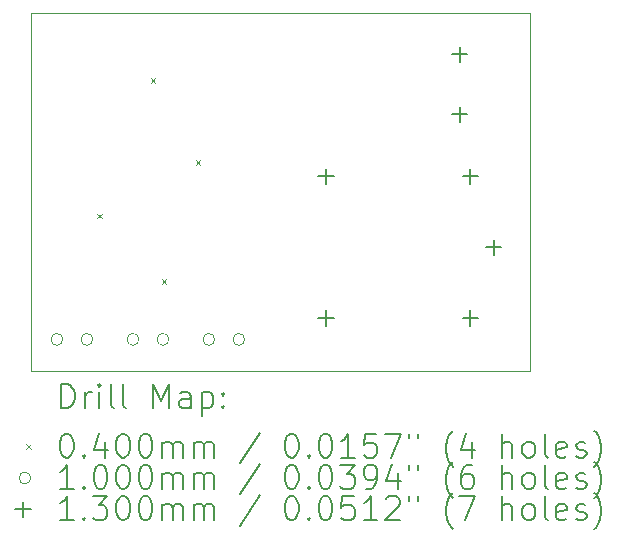
<source format=gbr>
%FSLAX45Y45*%
G04 Gerber Fmt 4.5, Leading zero omitted, Abs format (unit mm)*
G04 Created by KiCad (PCBNEW 6.0.6) date 2022-07-14 17:34:40*
%MOMM*%
%LPD*%
G01*
G04 APERTURE LIST*
%TA.AperFunction,Profile*%
%ADD10C,0.100000*%
%TD*%
%ADD11C,0.200000*%
%ADD12C,0.040000*%
%ADD13C,0.100000*%
%ADD14C,0.130000*%
G04 APERTURE END LIST*
D10*
X16040000Y-9040000D02*
X20260000Y-9040000D01*
X20260000Y-9040000D02*
X20260000Y-12065000D01*
X20260000Y-12065000D02*
X16040000Y-12065000D01*
X16040000Y-12065000D02*
X16040000Y-9040000D01*
D11*
D12*
X16597500Y-10735000D02*
X16637500Y-10775000D01*
X16637500Y-10735000D02*
X16597500Y-10775000D01*
X17050000Y-9590000D02*
X17090000Y-9630000D01*
X17090000Y-9590000D02*
X17050000Y-9630000D01*
X17142500Y-11292500D02*
X17182500Y-11332500D01*
X17182500Y-11292500D02*
X17142500Y-11332500D01*
X17430000Y-10285000D02*
X17470000Y-10325000D01*
X17470000Y-10285000D02*
X17430000Y-10325000D01*
D13*
X16306000Y-11800000D02*
G75*
G03*
X16306000Y-11800000I-50000J0D01*
G01*
X16560000Y-11800000D02*
G75*
G03*
X16560000Y-11800000I-50000J0D01*
G01*
X16950000Y-11800000D02*
G75*
G03*
X16950000Y-11800000I-50000J0D01*
G01*
X17204000Y-11800000D02*
G75*
G03*
X17204000Y-11800000I-50000J0D01*
G01*
X17592500Y-11800000D02*
G75*
G03*
X17592500Y-11800000I-50000J0D01*
G01*
X17846500Y-11800000D02*
G75*
G03*
X17846500Y-11800000I-50000J0D01*
G01*
D14*
X18535000Y-10355000D02*
X18535000Y-10485000D01*
X18470000Y-10420000D02*
X18600000Y-10420000D01*
X18535000Y-11555000D02*
X18535000Y-11685000D01*
X18470000Y-11620000D02*
X18600000Y-11620000D01*
X19664500Y-9323000D02*
X19664500Y-9453000D01*
X19599500Y-9388000D02*
X19729500Y-9388000D01*
X19664500Y-9831000D02*
X19664500Y-9961000D01*
X19599500Y-9896000D02*
X19729500Y-9896000D01*
X19755000Y-10355000D02*
X19755000Y-10485000D01*
X19690000Y-10420000D02*
X19820000Y-10420000D01*
X19755000Y-11555000D02*
X19755000Y-11685000D01*
X19690000Y-11620000D02*
X19820000Y-11620000D01*
X19955000Y-10955000D02*
X19955000Y-11085000D01*
X19890000Y-11020000D02*
X20020000Y-11020000D01*
D11*
X16292619Y-12380476D02*
X16292619Y-12180476D01*
X16340238Y-12180476D01*
X16368809Y-12190000D01*
X16387857Y-12209048D01*
X16397381Y-12228095D01*
X16406905Y-12266190D01*
X16406905Y-12294762D01*
X16397381Y-12332857D01*
X16387857Y-12351905D01*
X16368809Y-12370952D01*
X16340238Y-12380476D01*
X16292619Y-12380476D01*
X16492619Y-12380476D02*
X16492619Y-12247143D01*
X16492619Y-12285238D02*
X16502143Y-12266190D01*
X16511667Y-12256667D01*
X16530714Y-12247143D01*
X16549762Y-12247143D01*
X16616428Y-12380476D02*
X16616428Y-12247143D01*
X16616428Y-12180476D02*
X16606905Y-12190000D01*
X16616428Y-12199524D01*
X16625952Y-12190000D01*
X16616428Y-12180476D01*
X16616428Y-12199524D01*
X16740238Y-12380476D02*
X16721190Y-12370952D01*
X16711667Y-12351905D01*
X16711667Y-12180476D01*
X16845000Y-12380476D02*
X16825952Y-12370952D01*
X16816429Y-12351905D01*
X16816429Y-12180476D01*
X17073571Y-12380476D02*
X17073571Y-12180476D01*
X17140238Y-12323333D01*
X17206905Y-12180476D01*
X17206905Y-12380476D01*
X17387857Y-12380476D02*
X17387857Y-12275714D01*
X17378333Y-12256667D01*
X17359286Y-12247143D01*
X17321190Y-12247143D01*
X17302143Y-12256667D01*
X17387857Y-12370952D02*
X17368810Y-12380476D01*
X17321190Y-12380476D01*
X17302143Y-12370952D01*
X17292619Y-12351905D01*
X17292619Y-12332857D01*
X17302143Y-12313809D01*
X17321190Y-12304286D01*
X17368810Y-12304286D01*
X17387857Y-12294762D01*
X17483095Y-12247143D02*
X17483095Y-12447143D01*
X17483095Y-12256667D02*
X17502143Y-12247143D01*
X17540238Y-12247143D01*
X17559286Y-12256667D01*
X17568810Y-12266190D01*
X17578333Y-12285238D01*
X17578333Y-12342381D01*
X17568810Y-12361428D01*
X17559286Y-12370952D01*
X17540238Y-12380476D01*
X17502143Y-12380476D01*
X17483095Y-12370952D01*
X17664048Y-12361428D02*
X17673571Y-12370952D01*
X17664048Y-12380476D01*
X17654524Y-12370952D01*
X17664048Y-12361428D01*
X17664048Y-12380476D01*
X17664048Y-12256667D02*
X17673571Y-12266190D01*
X17664048Y-12275714D01*
X17654524Y-12266190D01*
X17664048Y-12256667D01*
X17664048Y-12275714D01*
D12*
X15995000Y-12690000D02*
X16035000Y-12730000D01*
X16035000Y-12690000D02*
X15995000Y-12730000D01*
D11*
X16330714Y-12600476D02*
X16349762Y-12600476D01*
X16368809Y-12610000D01*
X16378333Y-12619524D01*
X16387857Y-12638571D01*
X16397381Y-12676667D01*
X16397381Y-12724286D01*
X16387857Y-12762381D01*
X16378333Y-12781428D01*
X16368809Y-12790952D01*
X16349762Y-12800476D01*
X16330714Y-12800476D01*
X16311667Y-12790952D01*
X16302143Y-12781428D01*
X16292619Y-12762381D01*
X16283095Y-12724286D01*
X16283095Y-12676667D01*
X16292619Y-12638571D01*
X16302143Y-12619524D01*
X16311667Y-12610000D01*
X16330714Y-12600476D01*
X16483095Y-12781428D02*
X16492619Y-12790952D01*
X16483095Y-12800476D01*
X16473571Y-12790952D01*
X16483095Y-12781428D01*
X16483095Y-12800476D01*
X16664048Y-12667143D02*
X16664048Y-12800476D01*
X16616428Y-12590952D02*
X16568809Y-12733809D01*
X16692619Y-12733809D01*
X16806905Y-12600476D02*
X16825952Y-12600476D01*
X16845000Y-12610000D01*
X16854524Y-12619524D01*
X16864048Y-12638571D01*
X16873571Y-12676667D01*
X16873571Y-12724286D01*
X16864048Y-12762381D01*
X16854524Y-12781428D01*
X16845000Y-12790952D01*
X16825952Y-12800476D01*
X16806905Y-12800476D01*
X16787857Y-12790952D01*
X16778333Y-12781428D01*
X16768809Y-12762381D01*
X16759286Y-12724286D01*
X16759286Y-12676667D01*
X16768809Y-12638571D01*
X16778333Y-12619524D01*
X16787857Y-12610000D01*
X16806905Y-12600476D01*
X16997381Y-12600476D02*
X17016429Y-12600476D01*
X17035476Y-12610000D01*
X17045000Y-12619524D01*
X17054524Y-12638571D01*
X17064048Y-12676667D01*
X17064048Y-12724286D01*
X17054524Y-12762381D01*
X17045000Y-12781428D01*
X17035476Y-12790952D01*
X17016429Y-12800476D01*
X16997381Y-12800476D01*
X16978333Y-12790952D01*
X16968810Y-12781428D01*
X16959286Y-12762381D01*
X16949762Y-12724286D01*
X16949762Y-12676667D01*
X16959286Y-12638571D01*
X16968810Y-12619524D01*
X16978333Y-12610000D01*
X16997381Y-12600476D01*
X17149762Y-12800476D02*
X17149762Y-12667143D01*
X17149762Y-12686190D02*
X17159286Y-12676667D01*
X17178333Y-12667143D01*
X17206905Y-12667143D01*
X17225952Y-12676667D01*
X17235476Y-12695714D01*
X17235476Y-12800476D01*
X17235476Y-12695714D02*
X17245000Y-12676667D01*
X17264048Y-12667143D01*
X17292619Y-12667143D01*
X17311667Y-12676667D01*
X17321190Y-12695714D01*
X17321190Y-12800476D01*
X17416429Y-12800476D02*
X17416429Y-12667143D01*
X17416429Y-12686190D02*
X17425952Y-12676667D01*
X17445000Y-12667143D01*
X17473571Y-12667143D01*
X17492619Y-12676667D01*
X17502143Y-12695714D01*
X17502143Y-12800476D01*
X17502143Y-12695714D02*
X17511667Y-12676667D01*
X17530714Y-12667143D01*
X17559286Y-12667143D01*
X17578333Y-12676667D01*
X17587857Y-12695714D01*
X17587857Y-12800476D01*
X17978333Y-12590952D02*
X17806905Y-12848095D01*
X18235476Y-12600476D02*
X18254524Y-12600476D01*
X18273571Y-12610000D01*
X18283095Y-12619524D01*
X18292619Y-12638571D01*
X18302143Y-12676667D01*
X18302143Y-12724286D01*
X18292619Y-12762381D01*
X18283095Y-12781428D01*
X18273571Y-12790952D01*
X18254524Y-12800476D01*
X18235476Y-12800476D01*
X18216429Y-12790952D01*
X18206905Y-12781428D01*
X18197381Y-12762381D01*
X18187857Y-12724286D01*
X18187857Y-12676667D01*
X18197381Y-12638571D01*
X18206905Y-12619524D01*
X18216429Y-12610000D01*
X18235476Y-12600476D01*
X18387857Y-12781428D02*
X18397381Y-12790952D01*
X18387857Y-12800476D01*
X18378333Y-12790952D01*
X18387857Y-12781428D01*
X18387857Y-12800476D01*
X18521190Y-12600476D02*
X18540238Y-12600476D01*
X18559286Y-12610000D01*
X18568810Y-12619524D01*
X18578333Y-12638571D01*
X18587857Y-12676667D01*
X18587857Y-12724286D01*
X18578333Y-12762381D01*
X18568810Y-12781428D01*
X18559286Y-12790952D01*
X18540238Y-12800476D01*
X18521190Y-12800476D01*
X18502143Y-12790952D01*
X18492619Y-12781428D01*
X18483095Y-12762381D01*
X18473571Y-12724286D01*
X18473571Y-12676667D01*
X18483095Y-12638571D01*
X18492619Y-12619524D01*
X18502143Y-12610000D01*
X18521190Y-12600476D01*
X18778333Y-12800476D02*
X18664048Y-12800476D01*
X18721190Y-12800476D02*
X18721190Y-12600476D01*
X18702143Y-12629048D01*
X18683095Y-12648095D01*
X18664048Y-12657619D01*
X18959286Y-12600476D02*
X18864048Y-12600476D01*
X18854524Y-12695714D01*
X18864048Y-12686190D01*
X18883095Y-12676667D01*
X18930714Y-12676667D01*
X18949762Y-12686190D01*
X18959286Y-12695714D01*
X18968810Y-12714762D01*
X18968810Y-12762381D01*
X18959286Y-12781428D01*
X18949762Y-12790952D01*
X18930714Y-12800476D01*
X18883095Y-12800476D01*
X18864048Y-12790952D01*
X18854524Y-12781428D01*
X19035476Y-12600476D02*
X19168810Y-12600476D01*
X19083095Y-12800476D01*
X19235476Y-12600476D02*
X19235476Y-12638571D01*
X19311667Y-12600476D02*
X19311667Y-12638571D01*
X19606905Y-12876667D02*
X19597381Y-12867143D01*
X19578333Y-12838571D01*
X19568810Y-12819524D01*
X19559286Y-12790952D01*
X19549762Y-12743333D01*
X19549762Y-12705238D01*
X19559286Y-12657619D01*
X19568810Y-12629048D01*
X19578333Y-12610000D01*
X19597381Y-12581428D01*
X19606905Y-12571905D01*
X19768810Y-12667143D02*
X19768810Y-12800476D01*
X19721190Y-12590952D02*
X19673571Y-12733809D01*
X19797381Y-12733809D01*
X20025952Y-12800476D02*
X20025952Y-12600476D01*
X20111667Y-12800476D02*
X20111667Y-12695714D01*
X20102143Y-12676667D01*
X20083095Y-12667143D01*
X20054524Y-12667143D01*
X20035476Y-12676667D01*
X20025952Y-12686190D01*
X20235476Y-12800476D02*
X20216429Y-12790952D01*
X20206905Y-12781428D01*
X20197381Y-12762381D01*
X20197381Y-12705238D01*
X20206905Y-12686190D01*
X20216429Y-12676667D01*
X20235476Y-12667143D01*
X20264048Y-12667143D01*
X20283095Y-12676667D01*
X20292619Y-12686190D01*
X20302143Y-12705238D01*
X20302143Y-12762381D01*
X20292619Y-12781428D01*
X20283095Y-12790952D01*
X20264048Y-12800476D01*
X20235476Y-12800476D01*
X20416429Y-12800476D02*
X20397381Y-12790952D01*
X20387857Y-12771905D01*
X20387857Y-12600476D01*
X20568810Y-12790952D02*
X20549762Y-12800476D01*
X20511667Y-12800476D01*
X20492619Y-12790952D01*
X20483095Y-12771905D01*
X20483095Y-12695714D01*
X20492619Y-12676667D01*
X20511667Y-12667143D01*
X20549762Y-12667143D01*
X20568810Y-12676667D01*
X20578333Y-12695714D01*
X20578333Y-12714762D01*
X20483095Y-12733809D01*
X20654524Y-12790952D02*
X20673571Y-12800476D01*
X20711667Y-12800476D01*
X20730714Y-12790952D01*
X20740238Y-12771905D01*
X20740238Y-12762381D01*
X20730714Y-12743333D01*
X20711667Y-12733809D01*
X20683095Y-12733809D01*
X20664048Y-12724286D01*
X20654524Y-12705238D01*
X20654524Y-12695714D01*
X20664048Y-12676667D01*
X20683095Y-12667143D01*
X20711667Y-12667143D01*
X20730714Y-12676667D01*
X20806905Y-12876667D02*
X20816429Y-12867143D01*
X20835476Y-12838571D01*
X20845000Y-12819524D01*
X20854524Y-12790952D01*
X20864048Y-12743333D01*
X20864048Y-12705238D01*
X20854524Y-12657619D01*
X20845000Y-12629048D01*
X20835476Y-12610000D01*
X20816429Y-12581428D01*
X20806905Y-12571905D01*
D13*
X16035000Y-12974000D02*
G75*
G03*
X16035000Y-12974000I-50000J0D01*
G01*
D11*
X16397381Y-13064476D02*
X16283095Y-13064476D01*
X16340238Y-13064476D02*
X16340238Y-12864476D01*
X16321190Y-12893048D01*
X16302143Y-12912095D01*
X16283095Y-12921619D01*
X16483095Y-13045428D02*
X16492619Y-13054952D01*
X16483095Y-13064476D01*
X16473571Y-13054952D01*
X16483095Y-13045428D01*
X16483095Y-13064476D01*
X16616428Y-12864476D02*
X16635476Y-12864476D01*
X16654524Y-12874000D01*
X16664048Y-12883524D01*
X16673571Y-12902571D01*
X16683095Y-12940667D01*
X16683095Y-12988286D01*
X16673571Y-13026381D01*
X16664048Y-13045428D01*
X16654524Y-13054952D01*
X16635476Y-13064476D01*
X16616428Y-13064476D01*
X16597381Y-13054952D01*
X16587857Y-13045428D01*
X16578333Y-13026381D01*
X16568809Y-12988286D01*
X16568809Y-12940667D01*
X16578333Y-12902571D01*
X16587857Y-12883524D01*
X16597381Y-12874000D01*
X16616428Y-12864476D01*
X16806905Y-12864476D02*
X16825952Y-12864476D01*
X16845000Y-12874000D01*
X16854524Y-12883524D01*
X16864048Y-12902571D01*
X16873571Y-12940667D01*
X16873571Y-12988286D01*
X16864048Y-13026381D01*
X16854524Y-13045428D01*
X16845000Y-13054952D01*
X16825952Y-13064476D01*
X16806905Y-13064476D01*
X16787857Y-13054952D01*
X16778333Y-13045428D01*
X16768809Y-13026381D01*
X16759286Y-12988286D01*
X16759286Y-12940667D01*
X16768809Y-12902571D01*
X16778333Y-12883524D01*
X16787857Y-12874000D01*
X16806905Y-12864476D01*
X16997381Y-12864476D02*
X17016429Y-12864476D01*
X17035476Y-12874000D01*
X17045000Y-12883524D01*
X17054524Y-12902571D01*
X17064048Y-12940667D01*
X17064048Y-12988286D01*
X17054524Y-13026381D01*
X17045000Y-13045428D01*
X17035476Y-13054952D01*
X17016429Y-13064476D01*
X16997381Y-13064476D01*
X16978333Y-13054952D01*
X16968810Y-13045428D01*
X16959286Y-13026381D01*
X16949762Y-12988286D01*
X16949762Y-12940667D01*
X16959286Y-12902571D01*
X16968810Y-12883524D01*
X16978333Y-12874000D01*
X16997381Y-12864476D01*
X17149762Y-13064476D02*
X17149762Y-12931143D01*
X17149762Y-12950190D02*
X17159286Y-12940667D01*
X17178333Y-12931143D01*
X17206905Y-12931143D01*
X17225952Y-12940667D01*
X17235476Y-12959714D01*
X17235476Y-13064476D01*
X17235476Y-12959714D02*
X17245000Y-12940667D01*
X17264048Y-12931143D01*
X17292619Y-12931143D01*
X17311667Y-12940667D01*
X17321190Y-12959714D01*
X17321190Y-13064476D01*
X17416429Y-13064476D02*
X17416429Y-12931143D01*
X17416429Y-12950190D02*
X17425952Y-12940667D01*
X17445000Y-12931143D01*
X17473571Y-12931143D01*
X17492619Y-12940667D01*
X17502143Y-12959714D01*
X17502143Y-13064476D01*
X17502143Y-12959714D02*
X17511667Y-12940667D01*
X17530714Y-12931143D01*
X17559286Y-12931143D01*
X17578333Y-12940667D01*
X17587857Y-12959714D01*
X17587857Y-13064476D01*
X17978333Y-12854952D02*
X17806905Y-13112095D01*
X18235476Y-12864476D02*
X18254524Y-12864476D01*
X18273571Y-12874000D01*
X18283095Y-12883524D01*
X18292619Y-12902571D01*
X18302143Y-12940667D01*
X18302143Y-12988286D01*
X18292619Y-13026381D01*
X18283095Y-13045428D01*
X18273571Y-13054952D01*
X18254524Y-13064476D01*
X18235476Y-13064476D01*
X18216429Y-13054952D01*
X18206905Y-13045428D01*
X18197381Y-13026381D01*
X18187857Y-12988286D01*
X18187857Y-12940667D01*
X18197381Y-12902571D01*
X18206905Y-12883524D01*
X18216429Y-12874000D01*
X18235476Y-12864476D01*
X18387857Y-13045428D02*
X18397381Y-13054952D01*
X18387857Y-13064476D01*
X18378333Y-13054952D01*
X18387857Y-13045428D01*
X18387857Y-13064476D01*
X18521190Y-12864476D02*
X18540238Y-12864476D01*
X18559286Y-12874000D01*
X18568810Y-12883524D01*
X18578333Y-12902571D01*
X18587857Y-12940667D01*
X18587857Y-12988286D01*
X18578333Y-13026381D01*
X18568810Y-13045428D01*
X18559286Y-13054952D01*
X18540238Y-13064476D01*
X18521190Y-13064476D01*
X18502143Y-13054952D01*
X18492619Y-13045428D01*
X18483095Y-13026381D01*
X18473571Y-12988286D01*
X18473571Y-12940667D01*
X18483095Y-12902571D01*
X18492619Y-12883524D01*
X18502143Y-12874000D01*
X18521190Y-12864476D01*
X18654524Y-12864476D02*
X18778333Y-12864476D01*
X18711667Y-12940667D01*
X18740238Y-12940667D01*
X18759286Y-12950190D01*
X18768810Y-12959714D01*
X18778333Y-12978762D01*
X18778333Y-13026381D01*
X18768810Y-13045428D01*
X18759286Y-13054952D01*
X18740238Y-13064476D01*
X18683095Y-13064476D01*
X18664048Y-13054952D01*
X18654524Y-13045428D01*
X18873571Y-13064476D02*
X18911667Y-13064476D01*
X18930714Y-13054952D01*
X18940238Y-13045428D01*
X18959286Y-13016857D01*
X18968810Y-12978762D01*
X18968810Y-12902571D01*
X18959286Y-12883524D01*
X18949762Y-12874000D01*
X18930714Y-12864476D01*
X18892619Y-12864476D01*
X18873571Y-12874000D01*
X18864048Y-12883524D01*
X18854524Y-12902571D01*
X18854524Y-12950190D01*
X18864048Y-12969238D01*
X18873571Y-12978762D01*
X18892619Y-12988286D01*
X18930714Y-12988286D01*
X18949762Y-12978762D01*
X18959286Y-12969238D01*
X18968810Y-12950190D01*
X19140238Y-12931143D02*
X19140238Y-13064476D01*
X19092619Y-12854952D02*
X19045000Y-12997809D01*
X19168810Y-12997809D01*
X19235476Y-12864476D02*
X19235476Y-12902571D01*
X19311667Y-12864476D02*
X19311667Y-12902571D01*
X19606905Y-13140667D02*
X19597381Y-13131143D01*
X19578333Y-13102571D01*
X19568810Y-13083524D01*
X19559286Y-13054952D01*
X19549762Y-13007333D01*
X19549762Y-12969238D01*
X19559286Y-12921619D01*
X19568810Y-12893048D01*
X19578333Y-12874000D01*
X19597381Y-12845428D01*
X19606905Y-12835905D01*
X19768810Y-12864476D02*
X19730714Y-12864476D01*
X19711667Y-12874000D01*
X19702143Y-12883524D01*
X19683095Y-12912095D01*
X19673571Y-12950190D01*
X19673571Y-13026381D01*
X19683095Y-13045428D01*
X19692619Y-13054952D01*
X19711667Y-13064476D01*
X19749762Y-13064476D01*
X19768810Y-13054952D01*
X19778333Y-13045428D01*
X19787857Y-13026381D01*
X19787857Y-12978762D01*
X19778333Y-12959714D01*
X19768810Y-12950190D01*
X19749762Y-12940667D01*
X19711667Y-12940667D01*
X19692619Y-12950190D01*
X19683095Y-12959714D01*
X19673571Y-12978762D01*
X20025952Y-13064476D02*
X20025952Y-12864476D01*
X20111667Y-13064476D02*
X20111667Y-12959714D01*
X20102143Y-12940667D01*
X20083095Y-12931143D01*
X20054524Y-12931143D01*
X20035476Y-12940667D01*
X20025952Y-12950190D01*
X20235476Y-13064476D02*
X20216429Y-13054952D01*
X20206905Y-13045428D01*
X20197381Y-13026381D01*
X20197381Y-12969238D01*
X20206905Y-12950190D01*
X20216429Y-12940667D01*
X20235476Y-12931143D01*
X20264048Y-12931143D01*
X20283095Y-12940667D01*
X20292619Y-12950190D01*
X20302143Y-12969238D01*
X20302143Y-13026381D01*
X20292619Y-13045428D01*
X20283095Y-13054952D01*
X20264048Y-13064476D01*
X20235476Y-13064476D01*
X20416429Y-13064476D02*
X20397381Y-13054952D01*
X20387857Y-13035905D01*
X20387857Y-12864476D01*
X20568810Y-13054952D02*
X20549762Y-13064476D01*
X20511667Y-13064476D01*
X20492619Y-13054952D01*
X20483095Y-13035905D01*
X20483095Y-12959714D01*
X20492619Y-12940667D01*
X20511667Y-12931143D01*
X20549762Y-12931143D01*
X20568810Y-12940667D01*
X20578333Y-12959714D01*
X20578333Y-12978762D01*
X20483095Y-12997809D01*
X20654524Y-13054952D02*
X20673571Y-13064476D01*
X20711667Y-13064476D01*
X20730714Y-13054952D01*
X20740238Y-13035905D01*
X20740238Y-13026381D01*
X20730714Y-13007333D01*
X20711667Y-12997809D01*
X20683095Y-12997809D01*
X20664048Y-12988286D01*
X20654524Y-12969238D01*
X20654524Y-12959714D01*
X20664048Y-12940667D01*
X20683095Y-12931143D01*
X20711667Y-12931143D01*
X20730714Y-12940667D01*
X20806905Y-13140667D02*
X20816429Y-13131143D01*
X20835476Y-13102571D01*
X20845000Y-13083524D01*
X20854524Y-13054952D01*
X20864048Y-13007333D01*
X20864048Y-12969238D01*
X20854524Y-12921619D01*
X20845000Y-12893048D01*
X20835476Y-12874000D01*
X20816429Y-12845428D01*
X20806905Y-12835905D01*
D14*
X15970000Y-13173000D02*
X15970000Y-13303000D01*
X15905000Y-13238000D02*
X16035000Y-13238000D01*
D11*
X16397381Y-13328476D02*
X16283095Y-13328476D01*
X16340238Y-13328476D02*
X16340238Y-13128476D01*
X16321190Y-13157048D01*
X16302143Y-13176095D01*
X16283095Y-13185619D01*
X16483095Y-13309428D02*
X16492619Y-13318952D01*
X16483095Y-13328476D01*
X16473571Y-13318952D01*
X16483095Y-13309428D01*
X16483095Y-13328476D01*
X16559286Y-13128476D02*
X16683095Y-13128476D01*
X16616428Y-13204667D01*
X16645000Y-13204667D01*
X16664048Y-13214190D01*
X16673571Y-13223714D01*
X16683095Y-13242762D01*
X16683095Y-13290381D01*
X16673571Y-13309428D01*
X16664048Y-13318952D01*
X16645000Y-13328476D01*
X16587857Y-13328476D01*
X16568809Y-13318952D01*
X16559286Y-13309428D01*
X16806905Y-13128476D02*
X16825952Y-13128476D01*
X16845000Y-13138000D01*
X16854524Y-13147524D01*
X16864048Y-13166571D01*
X16873571Y-13204667D01*
X16873571Y-13252286D01*
X16864048Y-13290381D01*
X16854524Y-13309428D01*
X16845000Y-13318952D01*
X16825952Y-13328476D01*
X16806905Y-13328476D01*
X16787857Y-13318952D01*
X16778333Y-13309428D01*
X16768809Y-13290381D01*
X16759286Y-13252286D01*
X16759286Y-13204667D01*
X16768809Y-13166571D01*
X16778333Y-13147524D01*
X16787857Y-13138000D01*
X16806905Y-13128476D01*
X16997381Y-13128476D02*
X17016429Y-13128476D01*
X17035476Y-13138000D01*
X17045000Y-13147524D01*
X17054524Y-13166571D01*
X17064048Y-13204667D01*
X17064048Y-13252286D01*
X17054524Y-13290381D01*
X17045000Y-13309428D01*
X17035476Y-13318952D01*
X17016429Y-13328476D01*
X16997381Y-13328476D01*
X16978333Y-13318952D01*
X16968810Y-13309428D01*
X16959286Y-13290381D01*
X16949762Y-13252286D01*
X16949762Y-13204667D01*
X16959286Y-13166571D01*
X16968810Y-13147524D01*
X16978333Y-13138000D01*
X16997381Y-13128476D01*
X17149762Y-13328476D02*
X17149762Y-13195143D01*
X17149762Y-13214190D02*
X17159286Y-13204667D01*
X17178333Y-13195143D01*
X17206905Y-13195143D01*
X17225952Y-13204667D01*
X17235476Y-13223714D01*
X17235476Y-13328476D01*
X17235476Y-13223714D02*
X17245000Y-13204667D01*
X17264048Y-13195143D01*
X17292619Y-13195143D01*
X17311667Y-13204667D01*
X17321190Y-13223714D01*
X17321190Y-13328476D01*
X17416429Y-13328476D02*
X17416429Y-13195143D01*
X17416429Y-13214190D02*
X17425952Y-13204667D01*
X17445000Y-13195143D01*
X17473571Y-13195143D01*
X17492619Y-13204667D01*
X17502143Y-13223714D01*
X17502143Y-13328476D01*
X17502143Y-13223714D02*
X17511667Y-13204667D01*
X17530714Y-13195143D01*
X17559286Y-13195143D01*
X17578333Y-13204667D01*
X17587857Y-13223714D01*
X17587857Y-13328476D01*
X17978333Y-13118952D02*
X17806905Y-13376095D01*
X18235476Y-13128476D02*
X18254524Y-13128476D01*
X18273571Y-13138000D01*
X18283095Y-13147524D01*
X18292619Y-13166571D01*
X18302143Y-13204667D01*
X18302143Y-13252286D01*
X18292619Y-13290381D01*
X18283095Y-13309428D01*
X18273571Y-13318952D01*
X18254524Y-13328476D01*
X18235476Y-13328476D01*
X18216429Y-13318952D01*
X18206905Y-13309428D01*
X18197381Y-13290381D01*
X18187857Y-13252286D01*
X18187857Y-13204667D01*
X18197381Y-13166571D01*
X18206905Y-13147524D01*
X18216429Y-13138000D01*
X18235476Y-13128476D01*
X18387857Y-13309428D02*
X18397381Y-13318952D01*
X18387857Y-13328476D01*
X18378333Y-13318952D01*
X18387857Y-13309428D01*
X18387857Y-13328476D01*
X18521190Y-13128476D02*
X18540238Y-13128476D01*
X18559286Y-13138000D01*
X18568810Y-13147524D01*
X18578333Y-13166571D01*
X18587857Y-13204667D01*
X18587857Y-13252286D01*
X18578333Y-13290381D01*
X18568810Y-13309428D01*
X18559286Y-13318952D01*
X18540238Y-13328476D01*
X18521190Y-13328476D01*
X18502143Y-13318952D01*
X18492619Y-13309428D01*
X18483095Y-13290381D01*
X18473571Y-13252286D01*
X18473571Y-13204667D01*
X18483095Y-13166571D01*
X18492619Y-13147524D01*
X18502143Y-13138000D01*
X18521190Y-13128476D01*
X18768810Y-13128476D02*
X18673571Y-13128476D01*
X18664048Y-13223714D01*
X18673571Y-13214190D01*
X18692619Y-13204667D01*
X18740238Y-13204667D01*
X18759286Y-13214190D01*
X18768810Y-13223714D01*
X18778333Y-13242762D01*
X18778333Y-13290381D01*
X18768810Y-13309428D01*
X18759286Y-13318952D01*
X18740238Y-13328476D01*
X18692619Y-13328476D01*
X18673571Y-13318952D01*
X18664048Y-13309428D01*
X18968810Y-13328476D02*
X18854524Y-13328476D01*
X18911667Y-13328476D02*
X18911667Y-13128476D01*
X18892619Y-13157048D01*
X18873571Y-13176095D01*
X18854524Y-13185619D01*
X19045000Y-13147524D02*
X19054524Y-13138000D01*
X19073571Y-13128476D01*
X19121190Y-13128476D01*
X19140238Y-13138000D01*
X19149762Y-13147524D01*
X19159286Y-13166571D01*
X19159286Y-13185619D01*
X19149762Y-13214190D01*
X19035476Y-13328476D01*
X19159286Y-13328476D01*
X19235476Y-13128476D02*
X19235476Y-13166571D01*
X19311667Y-13128476D02*
X19311667Y-13166571D01*
X19606905Y-13404667D02*
X19597381Y-13395143D01*
X19578333Y-13366571D01*
X19568810Y-13347524D01*
X19559286Y-13318952D01*
X19549762Y-13271333D01*
X19549762Y-13233238D01*
X19559286Y-13185619D01*
X19568810Y-13157048D01*
X19578333Y-13138000D01*
X19597381Y-13109428D01*
X19606905Y-13099905D01*
X19664048Y-13128476D02*
X19797381Y-13128476D01*
X19711667Y-13328476D01*
X20025952Y-13328476D02*
X20025952Y-13128476D01*
X20111667Y-13328476D02*
X20111667Y-13223714D01*
X20102143Y-13204667D01*
X20083095Y-13195143D01*
X20054524Y-13195143D01*
X20035476Y-13204667D01*
X20025952Y-13214190D01*
X20235476Y-13328476D02*
X20216429Y-13318952D01*
X20206905Y-13309428D01*
X20197381Y-13290381D01*
X20197381Y-13233238D01*
X20206905Y-13214190D01*
X20216429Y-13204667D01*
X20235476Y-13195143D01*
X20264048Y-13195143D01*
X20283095Y-13204667D01*
X20292619Y-13214190D01*
X20302143Y-13233238D01*
X20302143Y-13290381D01*
X20292619Y-13309428D01*
X20283095Y-13318952D01*
X20264048Y-13328476D01*
X20235476Y-13328476D01*
X20416429Y-13328476D02*
X20397381Y-13318952D01*
X20387857Y-13299905D01*
X20387857Y-13128476D01*
X20568810Y-13318952D02*
X20549762Y-13328476D01*
X20511667Y-13328476D01*
X20492619Y-13318952D01*
X20483095Y-13299905D01*
X20483095Y-13223714D01*
X20492619Y-13204667D01*
X20511667Y-13195143D01*
X20549762Y-13195143D01*
X20568810Y-13204667D01*
X20578333Y-13223714D01*
X20578333Y-13242762D01*
X20483095Y-13261809D01*
X20654524Y-13318952D02*
X20673571Y-13328476D01*
X20711667Y-13328476D01*
X20730714Y-13318952D01*
X20740238Y-13299905D01*
X20740238Y-13290381D01*
X20730714Y-13271333D01*
X20711667Y-13261809D01*
X20683095Y-13261809D01*
X20664048Y-13252286D01*
X20654524Y-13233238D01*
X20654524Y-13223714D01*
X20664048Y-13204667D01*
X20683095Y-13195143D01*
X20711667Y-13195143D01*
X20730714Y-13204667D01*
X20806905Y-13404667D02*
X20816429Y-13395143D01*
X20835476Y-13366571D01*
X20845000Y-13347524D01*
X20854524Y-13318952D01*
X20864048Y-13271333D01*
X20864048Y-13233238D01*
X20854524Y-13185619D01*
X20845000Y-13157048D01*
X20835476Y-13138000D01*
X20816429Y-13109428D01*
X20806905Y-13099905D01*
M02*

</source>
